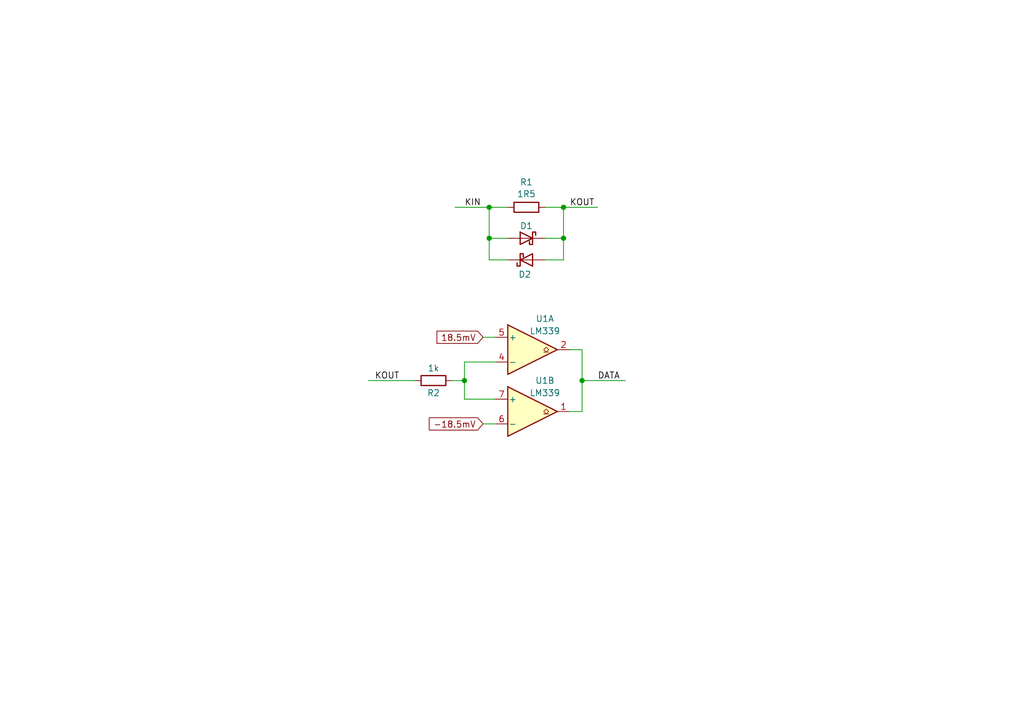
<source format=kicad_sch>
(kicad_sch (version 20230121) (generator eeschema)
  (paper "A5")
  (lib_symbols
    (symbol "Comparator:LM339" (pin_names (offset 0.127))
      (property "Reference" "U" (at 0 5.08 0))
      (property "Value" "LM339" (at 0 -5.08 0))
      (symbol "LM339_1_1"
        (polyline (pts (xy -5.08 5.08) (xy 5.08 0) (xy -5.08 -5.08) (xy -5.08 5.08)) (stroke (width 0.254)) (fill (type background)))
        (polyline (pts (xy 3.302 -0.508) (xy 2.794 -0.508) (xy 3.302 0) (xy 2.794 0.508) (xy 2.286 0) (xy 2.794 -0.508) (xy 2.286 -0.508)) (stroke (width 0.127)))
        (pin open_collector line (at 7.62 0 180) (length 2.54) (name "~") (number "2"))
        (pin input line (at -7.62 -2.54 0) (length 2.54) (name "-") (number "4"))
        (pin input line (at -7.62 2.54 0) (length 2.54) (name "+") (number "5"))
      )
      (symbol "LM339_2_1"
        (polyline (pts (xy -5.08 5.08) (xy 5.08 0) (xy -5.08 -5.08) (xy -5.08 5.08)) (stroke (width 0.254)) (fill (type background)))
        (polyline (pts (xy 3.302 -0.508) (xy 2.794 -0.508) (xy 3.302 0) (xy 2.794 0.508) (xy 2.286 0) (xy 2.794 -0.508) (xy 2.286 -0.508)) (stroke (width 0.127)))
        (pin open_collector line (at 7.62 0 180) (length 2.54) (name "~") (number "1"))
        (pin input line (at -7.62 -2.54 0) (length 2.54) (name "-") (number "6"))
        (pin input line (at -7.62 2.54 0) (length 2.54) (name "+") (number "7"))
      )
      (symbol "LM339_3_1"
        (polyline (pts (xy -5.08 5.08) (xy 5.08 0) (xy -5.08 -5.08) (xy -5.08 5.08)) (stroke (width 0.254)) (fill (type background)))
        (polyline (pts (xy 3.302 -0.508) (xy 2.794 -0.508) (xy 3.302 0) (xy 2.794 0.508) (xy 2.286 0) (xy 2.794 -0.508) (xy 2.286 -0.508)) (stroke (width 0.127)))
        (pin input line (at -7.62 -2.54 0) (length 2.54) (name "-") (number "10"))
        (pin input line (at -7.62 2.54 0) (length 2.54) (name "+") (number "11"))
        (pin open_collector line (at 7.62 0 180) (length 2.54) (name "~") (number "13"))
      )
      (symbol "LM339_4_1"
        (polyline (pts (xy -5.08 5.08) (xy 5.08 0) (xy -5.08 -5.08) (xy -5.08 5.08)) (stroke (width 0.254)) (fill (type background)))
        (polyline (pts (xy 3.302 -0.508) (xy 2.794 -0.508) (xy 3.302 0) (xy 2.794 0.508) (xy 2.286 0) (xy 2.794 -0.508) (xy 2.286 -0.508)) (stroke (width 0.127)))
        (pin open_collector line (at 7.62 0 180) (length 2.54) (name "~") (number "14"))
        (pin input line (at -7.62 -2.54 0) (length 2.54) (name "-") (number "8"))
        (pin input line (at -7.62 2.54 0) (length 2.54) (name "+") (number "9"))
      )
      (symbol "LM339_5_1"
        (pin power_in line (at -2.54 -7.62 90) (length 3.81) (name "V-") (number "12"))
        (pin power_in line (at -2.54 7.62 270) (length 3.81) (name "V+") (number "3"))
      )
    )
    (symbol "Device:D_Schottky" (pin_numbers hide) (pin_names (offset 1.016) hide)
      (property "Reference" "D" (at 0 2.54 0))
      (property "Value" "D_Schottky" (at 0 -2.54 0))
      (symbol "D_Schottky_0_1"
        (polyline (pts (xy 1.27 0) (xy -1.27 0)))
        (polyline (pts (xy 1.27 1.27) (xy 1.27 -1.27) (xy -1.27 0) (xy 1.27 1.27)) (stroke (width 0.254)))
        (polyline (pts (xy -1.905 0.635) (xy -1.905 1.27) (xy -1.27 1.27) (xy -1.27 -1.27) (xy -0.635 -1.27) (xy -0.635 -0.635)) (stroke (width 0.254)))
      )
      (symbol "D_Schottky_1_1"
        (pin passive line (at -3.81 0 0) (length 2.54) (name "K") (number "1"))
        (pin passive line (at 3.81 0 180) (length 2.54) (name "A") (number "2"))
      )
    )
    (symbol "Device:R" (pin_numbers hide) (pin_names (offset 0))
      (property "Reference" "R" (at 2.032 0 90))
      (property "Value" "R" (at 0 0 90))
      (symbol "R_0_1"
        (rectangle (start -1.016 -2.54) (end 1.016 2.54) (stroke (width 0.254)))
      )
      (symbol "R_1_1"
        (pin passive line (at 0 3.81 270) (length 1.27) (name "~") (number "1"))
        (pin passive line (at 0 -3.81 90) (length 1.27) (name "~") (number "2"))
      )
    )
  )
  (junction (at 100.33 42.545))
  (junction (at 100.33 48.895))
  (junction (at 115.57 42.545))
  (junction (at 119.38 78.105))
  (junction (at 115.57 48.895))
  (junction (at 95.25 78.105))
  (wire (pts (xy 100.33 53.34) (xy 104.14 53.34)))
  (wire (pts (xy 100.33 42.545) (xy 104.14 42.545)))
  (wire (pts (xy 115.57 42.545) (xy 115.57 48.895)))
  (wire (pts (xy 119.38 84.455) (xy 116.84 84.455)))
  (wire (pts (xy 119.38 71.755) (xy 119.38 78.105)))
  (wire (pts (xy 99.06 69.215) (xy 101.6 69.215)))
  (wire (pts (xy 95.25 74.295) (xy 101.6 74.295)))
  (wire (pts (xy 119.38 78.105) (xy 119.38 84.455)))
  (wire (pts (xy 115.57 48.895) (xy 111.76 48.895)))
  (wire (pts (xy 115.57 42.545) (xy 122.555 42.545)))
  (wire (pts (xy 95.25 74.295) (xy 95.25 78.105)))
  (wire (pts (xy 111.76 42.545) (xy 115.57 42.545)))
  (wire (pts (xy 100.33 48.895) (xy 104.14 48.895)))
  (wire (pts (xy 100.33 42.545) (xy 100.33 48.895)))
  (wire (pts (xy 115.57 53.34) (xy 111.76 53.34)))
  (wire (pts (xy 95.25 81.915) (xy 101.6 81.915)))
  (wire (pts (xy 115.57 48.895) (xy 115.57 53.34)))
  (wire (pts (xy 75.565 78.105) (xy 85.09 78.105)))
  (wire (pts (xy 100.33 48.895) (xy 100.33 53.34)))
  (wire (pts (xy 95.25 78.105) (xy 95.25 81.915)))
  (wire (pts (xy 93.345 42.545) (xy 100.33 42.545)))
  (wire (pts (xy 116.84 71.755) (xy 119.38 71.755)))
  (wire (pts (xy 92.71 78.105) (xy 95.25 78.105)))
  (wire (pts (xy 99.06 86.995) (xy 101.6 86.995)))
  (wire (pts (xy 119.38 78.105) (xy 128.27 78.105)))
  (label "KOUT" (at 76.835 78.105 0))
  (label "DATA" (at 122.555 78.105 0))
  (label "KIN" (at 95.25 42.545 0))
  (label "KOUT" (at 116.84 42.545 0))
  (global_label "18.5mV" (shape input) (at 99.06 69.215 180) (property "Intersheetrefs" "${INTERSHEET_REFS}" (effects hide)))
  (global_label "-18.5mV" (shape input) (at 99.06 86.995 180) (property "Intersheetrefs" "${INTERSHEET_REFS}" (effects hide)))
  (symbol (lib_id "Comparator:LM339") (at 109.22 71.755 0) (unit 1)
    (property "Reference" "U1" (at 111.76 65.405 0))
    (property "Value" "LM339" (at 111.76 67.945 0))
    (property "Footprint" "Package_SO:SO-14_3.9x8.65mm_P1.27mm" (effects hide))
    (property "Datasheet" "https://www.st.com/resource/en/datasheet/lm139.pdf" (effects hide))
  )
  (symbol (lib_id "Comparator:LM339") (at 109.22 84.455 0) (unit 2)
    (property "Reference" "U1" (at 111.76 78.105 0))
    (property "Value" "LM339" (at 111.76 80.645 0))
    (property "Footprint" "Package_SO:SO-14_3.9x8.65mm_P1.27mm" (effects hide))
    (property "Datasheet" "https://www.st.com/resource/en/datasheet/lm139.pdf" (effects hide))
  )
  (symbol (lib_id "Device:D_Schottky") (at 107.95 48.895 0) (mirror y) (unit 1)
    (property "Reference" "D1" (at 107.95 46.355 0))
    (property "Value" "D_Schottky" (effects hide))
  )
  (symbol (lib_id "Device:R") (at 107.95 42.545 90) (unit 1)
    (property "Reference" "R1" (at 107.95 37.3847 90))
    (property "Value" "1R5" (at 107.95 39.8089 90))
  )
  (symbol (lib_id "Device:D_Schottky") (at 107.95 53.34 0) (mirror x) (unit 1)
    (property "Reference" "D2" (at 107.6325 56.3301 0))
    (property "Value" "D_Schottky" (effects hide))
  )
  (symbol (lib_id "Device:R") (at 88.9 78.105 90) (unit 1)
    (property "Reference" "R2" (at 88.9 80.645 90))
    (property "Value" "1k" (at 88.9 75.565 90))
    (property "Footprint" "Resistor_SMD:R_0805_2012Metric" (effects hide))
  )
)
</source>
